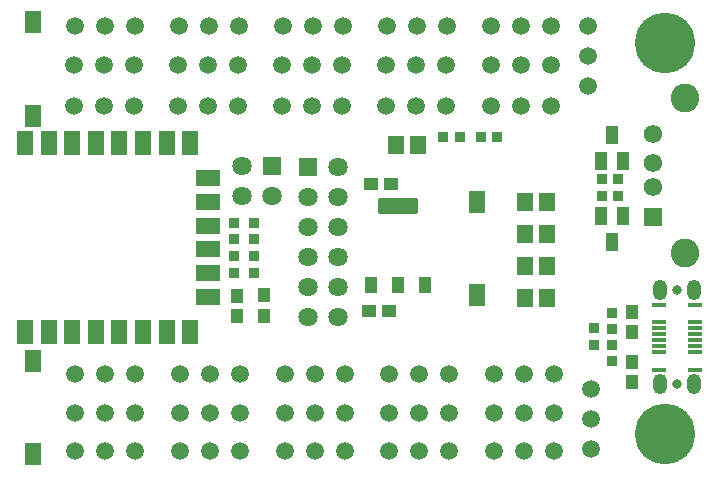
<source format=gts>
G04*
G04 #@! TF.GenerationSoftware,Altium Limited,Altium Designer,22.5.1 (42)*
G04*
G04 Layer_Color=8388736*
%FSLAX25Y25*%
%MOIN*%
G70*
G04*
G04 #@! TF.SameCoordinates,6DAD0714-FCB9-4B36-A7BF-7B223F3C5BEE*
G04*
G04*
G04 #@! TF.FilePolarity,Negative*
G04*
G01*
G75*
%ADD27R,0.05028X0.01681*%
%ADD28R,0.04437X0.04831*%
%ADD29R,0.03500X0.03500*%
%ADD30R,0.05224X0.07587*%
%ADD31R,0.05224X0.08374*%
%ADD32R,0.08374X0.05224*%
%ADD33R,0.04437X0.06012*%
%ADD34R,0.03500X0.03500*%
%ADD35R,0.05618X0.06406*%
%ADD36R,0.04831X0.04437*%
G04:AMPARAMS|DCode=37|XSize=56.58mil|YSize=41.61mil|CornerRadius=5.25mil|HoleSize=0mil|Usage=FLASHONLY|Rotation=90.000|XOffset=0mil|YOffset=0mil|HoleType=Round|Shape=RoundedRectangle|*
%AMROUNDEDRECTD37*
21,1,0.05658,0.03112,0,0,90.0*
21,1,0.04608,0.04161,0,0,90.0*
1,1,0.01049,0.01556,0.02304*
1,1,0.01049,0.01556,-0.02304*
1,1,0.01049,-0.01556,-0.02304*
1,1,0.01049,-0.01556,0.02304*
%
%ADD37ROUNDEDRECTD37*%
G04:AMPARAMS|DCode=38|XSize=56.58mil|YSize=132.56mil|CornerRadius=6.37mil|HoleSize=0mil|Usage=FLASHONLY|Rotation=90.000|XOffset=0mil|YOffset=0mil|HoleType=Round|Shape=RoundedRectangle|*
%AMROUNDEDRECTD38*
21,1,0.05658,0.11982,0,0,90.0*
21,1,0.04384,0.13256,0,0,90.0*
1,1,0.01274,0.05991,0.02192*
1,1,0.01274,0.05991,-0.02192*
1,1,0.01274,-0.05991,-0.02192*
1,1,0.01274,-0.05991,0.02192*
%
%ADD38ROUNDEDRECTD38*%
%ADD39C,0.06406*%
%ADD40R,0.06406X0.06406*%
%ADD41R,0.06406X0.06406*%
%ADD42C,0.03295*%
%ADD43O,0.04831X0.06799*%
%ADD44C,0.20185*%
%ADD45C,0.05894*%
%ADD46R,0.06122X0.06122*%
%ADD47C,0.06122*%
%ADD48C,0.09555*%
D27*
X218807Y34500D02*
D03*
X230500D02*
D03*
X218807Y40405D02*
D03*
Y42374D02*
D03*
Y44342D02*
D03*
Y46311D02*
D03*
Y48280D02*
D03*
Y50248D02*
D03*
Y56154D02*
D03*
X230500Y40405D02*
D03*
Y42374D02*
D03*
Y44342D02*
D03*
Y46311D02*
D03*
Y48280D02*
D03*
Y50248D02*
D03*
Y56154D02*
D03*
D28*
X209755Y47133D02*
D03*
Y53826D02*
D03*
Y30416D02*
D03*
Y37109D02*
D03*
X78000Y59000D02*
D03*
Y52307D02*
D03*
X87000Y59193D02*
D03*
Y52500D02*
D03*
D29*
X203000Y37244D02*
D03*
Y42756D02*
D03*
X202961Y53394D02*
D03*
Y47882D02*
D03*
X197000Y42744D02*
D03*
Y48256D02*
D03*
X83539Y77994D02*
D03*
Y83506D02*
D03*
X76961D02*
D03*
Y77994D02*
D03*
Y72256D02*
D03*
Y66744D02*
D03*
X83500Y72256D02*
D03*
Y66744D02*
D03*
D30*
X10079Y6269D02*
D03*
X10000Y37500D02*
D03*
X158079Y59269D02*
D03*
X158000Y90500D02*
D03*
X9921Y150231D02*
D03*
X10000Y119000D02*
D03*
D31*
X62417Y109996D02*
D03*
X54543D02*
D03*
X46669D02*
D03*
X38795D02*
D03*
X30921D02*
D03*
X23047D02*
D03*
X15173D02*
D03*
X7299D02*
D03*
Y47004D02*
D03*
X23047D02*
D03*
X15173D02*
D03*
X30921D02*
D03*
X38795D02*
D03*
X46669D02*
D03*
X54543D02*
D03*
X62417D02*
D03*
D32*
X68244Y98185D02*
D03*
Y90311D02*
D03*
Y82437D02*
D03*
Y74563D02*
D03*
Y66689D02*
D03*
Y58815D02*
D03*
D33*
X203000Y112831D02*
D03*
X206740Y104169D02*
D03*
X199260D02*
D03*
X203000Y77169D02*
D03*
X199260Y85831D02*
D03*
X206740D02*
D03*
D34*
X205106Y98000D02*
D03*
X199594D02*
D03*
Y92500D02*
D03*
X205106D02*
D03*
X152256Y112000D02*
D03*
X146744D02*
D03*
X164756D02*
D03*
X159244D02*
D03*
D35*
X181366Y58500D02*
D03*
X173886Y58500D02*
D03*
X173886Y69156D02*
D03*
X181366Y69156D02*
D03*
X173886Y90469D02*
D03*
X181366Y90469D02*
D03*
X181366Y79812D02*
D03*
X173886Y79812D02*
D03*
X130886Y109468D02*
D03*
X138366Y109468D02*
D03*
D36*
X128693Y54000D02*
D03*
X122000D02*
D03*
X129193Y96500D02*
D03*
X122500D02*
D03*
D37*
X122484Y62661D02*
D03*
X131500D02*
D03*
X140516D02*
D03*
D38*
X131500Y89000D02*
D03*
D39*
X79500Y92500D02*
D03*
Y102500D02*
D03*
X89500Y92500D02*
D03*
X111500Y102000D02*
D03*
X101500Y92000D02*
D03*
X111500D02*
D03*
X101500Y82000D02*
D03*
X111500D02*
D03*
X101500Y72000D02*
D03*
X111500D02*
D03*
X101500Y62000D02*
D03*
X111500D02*
D03*
X101500Y52000D02*
D03*
X111500D02*
D03*
D40*
X89500Y102500D02*
D03*
D41*
X101500Y102000D02*
D03*
D42*
X224654Y29579D02*
D03*
Y61075D02*
D03*
D43*
X219024Y29579D02*
D03*
Y61075D02*
D03*
X230283Y29579D02*
D03*
Y61075D02*
D03*
D44*
X220500Y13000D02*
D03*
Y143500D02*
D03*
D45*
X196000Y18000D02*
D03*
Y8000D02*
D03*
Y28000D02*
D03*
X173500Y33000D02*
D03*
X163500D02*
D03*
X183500D02*
D03*
X173500Y20000D02*
D03*
X163500D02*
D03*
X183500D02*
D03*
X173500Y7500D02*
D03*
X163500D02*
D03*
X183500D02*
D03*
X138500Y33000D02*
D03*
X128500D02*
D03*
X148500D02*
D03*
X138625Y20000D02*
D03*
X128625D02*
D03*
X148625D02*
D03*
X138625Y7500D02*
D03*
X128625D02*
D03*
X148625D02*
D03*
X104000Y33000D02*
D03*
X94000D02*
D03*
X114000D02*
D03*
X104000Y20000D02*
D03*
X94000D02*
D03*
X114000D02*
D03*
X104000Y7500D02*
D03*
X94000D02*
D03*
X114000D02*
D03*
X68875D02*
D03*
X58875D02*
D03*
X78875D02*
D03*
X68875Y20000D02*
D03*
X58875D02*
D03*
X78875D02*
D03*
X69000Y33000D02*
D03*
X59000D02*
D03*
X79000D02*
D03*
X34000D02*
D03*
X24000D02*
D03*
X44000D02*
D03*
Y20000D02*
D03*
X24000D02*
D03*
X34000D02*
D03*
Y7500D02*
D03*
X24000D02*
D03*
X44000D02*
D03*
X195000Y139000D02*
D03*
Y149000D02*
D03*
Y129000D02*
D03*
X137750Y122500D02*
D03*
X127750D02*
D03*
X147750D02*
D03*
X137750Y136000D02*
D03*
X127750D02*
D03*
X147750D02*
D03*
X137875Y149000D02*
D03*
X127875D02*
D03*
X147875D02*
D03*
X103000Y122500D02*
D03*
X93000D02*
D03*
X113000D02*
D03*
X103000Y136000D02*
D03*
X93000D02*
D03*
X113000D02*
D03*
X103250Y149000D02*
D03*
X93250D02*
D03*
X113250D02*
D03*
X68625D02*
D03*
X58625D02*
D03*
X78625D02*
D03*
X68250Y136000D02*
D03*
X58250D02*
D03*
X78250D02*
D03*
X68250Y122500D02*
D03*
X58250D02*
D03*
X78250D02*
D03*
X33500D02*
D03*
X23500D02*
D03*
X43500D02*
D03*
X33500Y136000D02*
D03*
X23500D02*
D03*
X43500D02*
D03*
X34000Y149000D02*
D03*
X24000D02*
D03*
X44000D02*
D03*
X182500D02*
D03*
X162500D02*
D03*
X172500D02*
D03*
X182500Y136000D02*
D03*
X162500D02*
D03*
X172500D02*
D03*
X182500Y122500D02*
D03*
X162500D02*
D03*
X172500D02*
D03*
D46*
X216500Y85500D02*
D03*
D47*
Y95342D02*
D03*
Y103217D02*
D03*
Y113059D02*
D03*
D48*
X227169Y73413D02*
D03*
Y125146D02*
D03*
M02*

</source>
